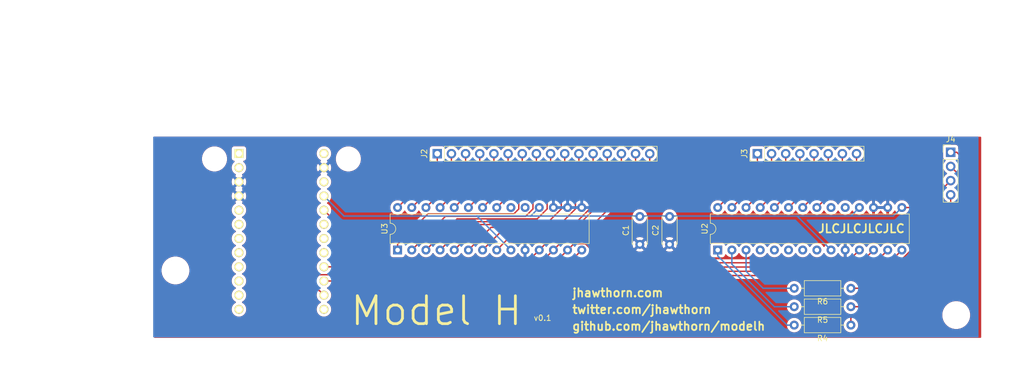
<source format=kicad_pcb>
(kicad_pcb (version 20171130) (host pcbnew "(5.1.5-0-10_14)")
  (title_block (title "Model H") (date 2020-04-26) (rev v0.1))
  (layers (0 F.Cu signal) (31 B.Cu signal) (34 B.Paste user) (35 F.Paste user) (36 B.SilkS user) (37 F.SilkS user) (38 B.Mask user) (39 F.Mask user) (44 Edge.Cuts user))
  (net 0 "")
  (net 1 GND)
  (net 2 +5V)
  (net 3 /col15)
  (net 4 /col14)
  (net 5 /col13)
  (net 6 /col12)
  (net 7 /col11)
  (net 8 /col10)
  (net 9 /col9)
  (net 10 /col8)
  (net 11 /col7)
  (net 12 /col6)
  (net 13 /col5)
  (net 14 /col4)
  (net 15 /col3)
  (net 16 /col2)
  (net 17 /col1)
  (net 18 /col0)
  (net 19 "Net-(J4-Pad4)")
  (net 20 "Net-(J4-Pad2)")
  (net 21 "Net-(J4-Pad1)")
  (net 22 /led0)
  (net 23 /led1)
  (net 24 /led2)
  (net 25 /SCK)
  (net 26 /MISO)
  (net 27 /MOSI)
  (net 28 /row7)
  (net 29 /row6)
  (net 30 /row5)
  (net 31 /row4)
  (net 32 /row3)
  (net 33 /row2)
  (net 34 /row1)
  (net 35 /row0)
  (net 36 /CS_io)
  (module promicro.pretty:ProMicro (layer F.Cu) (at 88.77 64.99 270)
    (fp_text reference U1 hide)
    (fp_text value ProMicro)
    (pad 24 thru_hole circle (at -13.97 -7.62 270) (size 1.6 1.6) (drill 1.1) (layers *.Cu *.Mask F.SilkS))
    (pad 23 thru_hole circle (at -11.43 -7.62 270) (size 1.6 1.6) (drill 1.1) (layers *.Cu *.Mask F.SilkS) (net 1 GND))
    (pad 22 thru_hole circle (at -8.89 -7.62 270) (size 1.6 1.6) (drill 1.1) (layers *.Cu *.Mask F.SilkS))
    (pad 21 thru_hole circle (at -6.35 -7.62 270) (size 1.6 1.6) (drill 1.1) (layers *.Cu *.Mask F.SilkS) (net 2 +5V))
    (pad 20 thru_hole circle (at -3.81 -7.62 270) (size 1.6 1.6) (drill 1.1) (layers *.Cu *.Mask F.SilkS) (net 36 /CS_io))
    (pad 19 thru_hole circle (at -1.27 -7.62 270) (size 1.6 1.6) (drill 1.1) (layers *.Cu *.Mask F.SilkS))
    (pad 18 thru_hole circle (at 1.27 -7.62 270) (size 1.6 1.6) (drill 1.1) (layers *.Cu *.Mask F.SilkS))
    (pad 17 thru_hole circle (at 3.81 -7.62 270) (size 1.6 1.6) (drill 1.1) (layers *.Cu *.Mask F.SilkS))
    (pad 16 thru_hole circle (at 6.35 -7.62 270) (size 1.6 1.6) (drill 1.1) (layers *.Cu *.Mask F.SilkS) (net 25 /SCK))
    (pad 15 thru_hole circle (at 8.89 -7.62 270) (size 1.6 1.6) (drill 1.1) (layers *.Cu *.Mask F.SilkS) (net 26 /MISO))
    (pad 14 thru_hole circle (at 11.43 -7.62 270) (size 1.6 1.6) (drill 1.1) (layers *.Cu *.Mask F.SilkS) (net 27 /MOSI))
    (pad 13 thru_hole circle (at 13.97 -7.62 270) (size 1.6 1.6) (drill 1.1) (layers *.Cu *.Mask F.SilkS))
    (pad 12 thru_hole circle (at 13.97 7.62 270) (size 1.6 1.6) (drill 1.1) (layers *.Cu *.Mask F.SilkS))
    (pad 11 thru_hole circle (at 11.43 7.62 270) (size 1.6 1.6) (drill 1.1) (layers *.Cu *.Mask F.SilkS))
    (pad 10 thru_hole circle (at 8.89 7.62 270) (size 1.6 1.6) (drill 1.1) (layers *.Cu *.Mask F.SilkS))
    (pad 9 thru_hole circle (at 6.35 7.62 270) (size 1.6 1.6) (drill 1.1) (layers *.Cu *.Mask F.SilkS))
    (pad 8 thru_hole circle (at 3.81 7.62 270) (size 1.6 1.6) (drill 1.1) (layers *.Cu *.Mask F.SilkS))
    (pad 7 thru_hole circle (at 1.27 7.62 270) (size 1.6 1.6) (drill 1.1) (layers *.Cu *.Mask F.SilkS))
    (pad 6 thru_hole circle (at -1.27 7.62 270) (size 1.6 1.6) (drill 1.1) (layers *.Cu *.Mask F.SilkS))
    (pad 5 thru_hole circle (at -3.81 7.62 270) (size 1.6 1.6) (drill 1.1) (layers *.Cu *.Mask F.SilkS))
    (pad 4 thru_hole circle (at -6.35 7.62 270) (size 1.6 1.6) (drill 1.1) (layers *.Cu *.Mask F.SilkS) (net 1 GND))
    (pad 3 thru_hole circle (at -8.89 7.62 270) (size 1.6 1.6) (drill 1.1) (layers *.Cu *.Mask F.SilkS) (net 1 GND))
    (pad 2 thru_hole circle (at -11.43 7.62 270) (size 1.6 1.6) (drill 1.1) (layers *.Cu *.Mask F.SilkS))
    (pad 1 thru_hole rect (at -13.97 7.62 270) (size 1.6 1.6) (drill 1.1) (layers *.Cu *.Mask F.SilkS))
  )
  (module MountingHole:MountingHole_4mm (layer F.Cu) (at 209.77 79.99)
    (fp_text reference REF** hide)
    (fp_text value MountingHole_4mm hide)
    (pad 1 np_thru_hole circle (at 0 0) (size 4 4) (drill 4) (layers *.Cu *.Mask))
  )
  (module MountingHole:MountingHole_4mm (layer F.Cu) (at 69.77 71.99)
    (fp_text reference REF** hide)
    (fp_text value MountingHole_4mm hide)
    (pad 1 np_thru_hole circle (at 0 0) (size 4 4) (drill 4) (layers *.Cu *.Mask))
  )
  (module MountingHole:MountingHole_3.5mm (layer F.Cu) (at 100.77 51.99)
    (fp_text reference REF** hide)
    (fp_text value MountingHole_3.5mm hide)
    (pad 1 np_thru_hole circle (at 0 0) (size 3.5 3.5) (drill 3.5) (layers *.Cu *.Mask))
  )
  (module MountingHole:MountingHole_3.5mm (layer F.Cu) (at 76.77 51.99)
    (fp_text reference REF** hide)
    (fp_text value MountingHole_3.5mm hide)
    (pad 1 np_thru_hole circle (at 0 0) (size 3.5 3.5) (drill 3.5) (layers *.Cu *.Mask))
  )
  (module Capacitor_THT:C_Disc_D4.7mm_W2.5mm_P5.00mm (layer F.Cu) (at 158.366 67.31 90)
    (fp_text reference C2 (at 2.5 -2.5 90) (layer F.SilkS))
    (fp_text value 0.1uF)
    (fp_line (start 4.97 1.055) (end 4.97 1.37) (layer F.SilkS) (width 0.12))
    (fp_line (start 4.97 -1.37) (end 4.97 -1.055) (layer F.SilkS) (width 0.12))
    (fp_line (start 0.03 1.055) (end 0.03 1.37) (layer F.SilkS) (width 0.12))
    (fp_line (start 0.03 -1.37) (end 0.03 -1.055) (layer F.SilkS) (width 0.12))
    (fp_line (start 0.03 1.37) (end 4.97 1.37) (layer F.SilkS) (width 0.12))
    (fp_line (start 0.03 -1.37) (end 4.97 -1.37) (layer F.SilkS) (width 0.12))
    (pad 2 thru_hole circle (at 5 0 90) (size 1.6 1.6) (drill 0.8) (layers *.Cu *.Mask) (net 2 +5V))
    (pad 1 thru_hole circle (at 0 0 90) (size 1.6 1.6) (drill 0.8) (layers *.Cu *.Mask) (net 1 GND))
  )
  (module Capacitor_THT:C_Disc_D4.7mm_W2.5mm_P5.00mm (layer F.Cu) (at 153.032 67.31 90)
    (fp_text reference C1 (at 2.5 -2.5 90) (layer F.SilkS))
    (fp_text value 0.1uF)
    (fp_line (start 4.97 1.055) (end 4.97 1.37) (layer F.SilkS) (width 0.12))
    (fp_line (start 4.97 -1.37) (end 4.97 -1.055) (layer F.SilkS) (width 0.12))
    (fp_line (start 0.03 1.055) (end 0.03 1.37) (layer F.SilkS) (width 0.12))
    (fp_line (start 0.03 -1.37) (end 0.03 -1.055) (layer F.SilkS) (width 0.12))
    (fp_line (start 0.03 1.37) (end 4.97 1.37) (layer F.SilkS) (width 0.12))
    (fp_line (start 0.03 -1.37) (end 4.97 -1.37) (layer F.SilkS) (width 0.12))
    (pad 2 thru_hole circle (at 5 0 90) (size 1.6 1.6) (drill 0.8) (layers *.Cu *.Mask) (net 2 +5V))
    (pad 1 thru_hole circle (at 0 0 90) (size 1.6 1.6) (drill 0.8) (layers *.Cu *.Mask) (net 1 GND))
  )
  (module Package_DIP:DIP-28_W7.62mm (layer F.Cu) (at 109.598 68.326 90)
    (fp_text reference U3 (at 3.81 -2.33 90) (layer F.SilkS))
    (fp_text value MCP23S17_SP)
    (fp_line (start 6.46 -1.33) (end 4.81 -1.33) (layer F.SilkS) (width 0.12))
    (fp_line (start 6.46 34.35) (end 6.46 -1.33) (layer F.SilkS) (width 0.12))
    (fp_line (start 1.16 34.35) (end 6.46 34.35) (layer F.SilkS) (width 0.12))
    (fp_line (start 1.16 -1.33) (end 1.16 34.35) (layer F.SilkS) (width 0.12))
    (fp_line (start 2.81 -1.33) (end 1.16 -1.33) (layer F.SilkS) (width 0.12))
    (fp_arc (start 3.81 -1.33) (end 2.81 -1.33) (angle -180) (layer F.SilkS) (width 0.12))
    (pad 28 thru_hole oval (at 7.62 0 90) (size 1.6 1.6) (drill 0.8) (layers *.Cu *.Mask) (net 18 /col0))
    (pad 14 thru_hole oval (at 0 33.02 90) (size 1.6 1.6) (drill 0.8) (layers *.Cu *.Mask) (net 26 /MISO))
    (pad 27 thru_hole oval (at 7.62 2.54 90) (size 1.6 1.6) (drill 0.8) (layers *.Cu *.Mask) (net 17 /col1))
    (pad 13 thru_hole oval (at 0 30.48 90) (size 1.6 1.6) (drill 0.8) (layers *.Cu *.Mask) (net 27 /MOSI))
    (pad 26 thru_hole oval (at 7.62 5.08 90) (size 1.6 1.6) (drill 0.8) (layers *.Cu *.Mask) (net 16 /col2))
    (pad 12 thru_hole oval (at 0 27.94 90) (size 1.6 1.6) (drill 0.8) (layers *.Cu *.Mask) (net 25 /SCK))
    (pad 25 thru_hole oval (at 7.62 7.62 90) (size 1.6 1.6) (drill 0.8) (layers *.Cu *.Mask) (net 15 /col3))
    (pad 11 thru_hole oval (at 0 25.4 90) (size 1.6 1.6) (drill 0.8) (layers *.Cu *.Mask) (net 36 /CS_io))
    (pad 24 thru_hole oval (at 7.62 10.16 90) (size 1.6 1.6) (drill 0.8) (layers *.Cu *.Mask) (net 14 /col4))
    (pad 10 thru_hole oval (at 0 22.86 90) (size 1.6 1.6) (drill 0.8) (layers *.Cu *.Mask) (net 1 GND))
    (pad 23 thru_hole oval (at 7.62 12.7 90) (size 1.6 1.6) (drill 0.8) (layers *.Cu *.Mask) (net 13 /col5))
    (pad 9 thru_hole oval (at 0 20.32 90) (size 1.6 1.6) (drill 0.8) (layers *.Cu *.Mask) (net 2 +5V))
    (pad 22 thru_hole oval (at 7.62 15.24 90) (size 1.6 1.6) (drill 0.8) (layers *.Cu *.Mask) (net 12 /col6))
    (pad 8 thru_hole oval (at 0 17.78 90) (size 1.6 1.6) (drill 0.8) (layers *.Cu *.Mask) (net 3 /col15))
    (pad 21 thru_hole oval (at 7.62 17.78 90) (size 1.6 1.6) (drill 0.8) (layers *.Cu *.Mask) (net 11 /col7))
    (pad 7 thru_hole oval (at 0 15.24 90) (size 1.6 1.6) (drill 0.8) (layers *.Cu *.Mask) (net 4 /col14))
    (pad 20 thru_hole oval (at 7.62 20.32 90) (size 1.6 1.6) (drill 0.8) (layers *.Cu *.Mask))
    (pad 6 thru_hole oval (at 0 12.7 90) (size 1.6 1.6) (drill 0.8) (layers *.Cu *.Mask) (net 5 /col13))
    (pad 19 thru_hole oval (at 7.62 22.86 90) (size 1.6 1.6) (drill 0.8) (layers *.Cu *.Mask))
    (pad 5 thru_hole oval (at 0 10.16 90) (size 1.6 1.6) (drill 0.8) (layers *.Cu *.Mask) (net 6 /col12))
    (pad 18 thru_hole oval (at 7.62 25.4 90) (size 1.6 1.6) (drill 0.8) (layers *.Cu *.Mask) (net 2 +5V))
    (pad 4 thru_hole oval (at 0 7.62 90) (size 1.6 1.6) (drill 0.8) (layers *.Cu *.Mask) (net 7 /col11))
    (pad 17 thru_hole oval (at 7.62 27.94 90) (size 1.6 1.6) (drill 0.8) (layers *.Cu *.Mask) (net 1 GND))
    (pad 3 thru_hole oval (at 0 5.08 90) (size 1.6 1.6) (drill 0.8) (layers *.Cu *.Mask) (net 8 /col10))
    (pad 16 thru_hole oval (at 7.62 30.48 90) (size 1.6 1.6) (drill 0.8) (layers *.Cu *.Mask) (net 1 GND))
    (pad 2 thru_hole oval (at 0 2.54 90) (size 1.6 1.6) (drill 0.8) (layers *.Cu *.Mask) (net 9 /col9))
    (pad 15 thru_hole oval (at 7.62 33.02 90) (size 1.6 1.6) (drill 0.8) (layers *.Cu *.Mask) (net 1 GND))
    (pad 1 thru_hole rect (at 0 0 90) (size 1.6 1.6) (drill 0.8) (layers *.Cu *.Mask) (net 10 /col8))
  )
  (module Package_DIP:DIP-28_W7.62mm (layer F.Cu) (at 167.002 68.326 90)
    (fp_text reference U2 (at 3.81 -2.33 90) (layer F.SilkS))
    (fp_text value MCP23S17_SP)
    (fp_line (start 6.46 -1.33) (end 4.81 -1.33) (layer F.SilkS) (width 0.12))
    (fp_line (start 6.46 34.35) (end 6.46 -1.33) (layer F.SilkS) (width 0.12))
    (fp_line (start 1.16 34.35) (end 6.46 34.35) (layer F.SilkS) (width 0.12))
    (fp_line (start 1.16 -1.33) (end 1.16 34.35) (layer F.SilkS) (width 0.12))
    (fp_line (start 2.81 -1.33) (end 1.16 -1.33) (layer F.SilkS) (width 0.12))
    (fp_arc (start 3.81 -1.33) (end 2.81 -1.33) (angle -180) (layer F.SilkS) (width 0.12))
    (pad 28 thru_hole oval (at 7.62 0 90) (size 1.6 1.6) (drill 0.8) (layers *.Cu *.Mask) (net 35 /row0))
    (pad 14 thru_hole oval (at 0 33.02 90) (size 1.6 1.6) (drill 0.8) (layers *.Cu *.Mask) (net 26 /MISO))
    (pad 27 thru_hole oval (at 7.62 2.54 90) (size 1.6 1.6) (drill 0.8) (layers *.Cu *.Mask) (net 34 /row1))
    (pad 13 thru_hole oval (at 0 30.48 90) (size 1.6 1.6) (drill 0.8) (layers *.Cu *.Mask) (net 27 /MOSI))
    (pad 26 thru_hole oval (at 7.62 5.08 90) (size 1.6 1.6) (drill 0.8) (layers *.Cu *.Mask) (net 33 /row2))
    (pad 12 thru_hole oval (at 0 27.94 90) (size 1.6 1.6) (drill 0.8) (layers *.Cu *.Mask) (net 25 /SCK))
    (pad 25 thru_hole oval (at 7.62 7.62 90) (size 1.6 1.6) (drill 0.8) (layers *.Cu *.Mask) (net 32 /row3))
    (pad 11 thru_hole oval (at 0 25.4 90) (size 1.6 1.6) (drill 0.8) (layers *.Cu *.Mask) (net 36 /CS_io))
    (pad 24 thru_hole oval (at 7.62 10.16 90) (size 1.6 1.6) (drill 0.8) (layers *.Cu *.Mask) (net 31 /row4))
    (pad 10 thru_hole oval (at 0 22.86 90) (size 1.6 1.6) (drill 0.8) (layers *.Cu *.Mask) (net 1 GND))
    (pad 23 thru_hole oval (at 7.62 12.7 90) (size 1.6 1.6) (drill 0.8) (layers *.Cu *.Mask) (net 30 /row5))
    (pad 9 thru_hole oval (at 0 20.32 90) (size 1.6 1.6) (drill 0.8) (layers *.Cu *.Mask) (net 2 +5V))
    (pad 22 thru_hole oval (at 7.62 15.24 90) (size 1.6 1.6) (drill 0.8) (layers *.Cu *.Mask) (net 29 /row6))
    (pad 8 thru_hole oval (at 0 17.78 90) (size 1.6 1.6) (drill 0.8) (layers *.Cu *.Mask))
    (pad 21 thru_hole oval (at 7.62 17.78 90) (size 1.6 1.6) (drill 0.8) (layers *.Cu *.Mask) (net 28 /row7))
    (pad 7 thru_hole oval (at 0 15.24 90) (size 1.6 1.6) (drill 0.8) (layers *.Cu *.Mask))
    (pad 20 thru_hole oval (at 7.62 20.32 90) (size 1.6 1.6) (drill 0.8) (layers *.Cu *.Mask))
    (pad 6 thru_hole oval (at 0 12.7 90) (size 1.6 1.6) (drill 0.8) (layers *.Cu *.Mask))
    (pad 19 thru_hole oval (at 7.62 22.86 90) (size 1.6 1.6) (drill 0.8) (layers *.Cu *.Mask))
    (pad 5 thru_hole oval (at 0 10.16 90) (size 1.6 1.6) (drill 0.8) (layers *.Cu *.Mask))
    (pad 18 thru_hole oval (at 7.62 25.4 90) (size 1.6 1.6) (drill 0.8) (layers *.Cu *.Mask) (net 2 +5V))
    (pad 4 thru_hole oval (at 0 7.62 90) (size 1.6 1.6) (drill 0.8) (layers *.Cu *.Mask))
    (pad 17 thru_hole oval (at 7.62 27.94 90) (size 1.6 1.6) (drill 0.8) (layers *.Cu *.Mask) (net 1 GND))
    (pad 3 thru_hole oval (at 0 5.08 90) (size 1.6 1.6) (drill 0.8) (layers *.Cu *.Mask) (net 24 /led2))
    (pad 16 thru_hole oval (at 7.62 30.48 90) (size 1.6 1.6) (drill 0.8) (layers *.Cu *.Mask) (net 1 GND))
    (pad 2 thru_hole oval (at 0 2.54 90) (size 1.6 1.6) (drill 0.8) (layers *.Cu *.Mask) (net 23 /led1))
    (pad 15 thru_hole oval (at 7.62 33.02 90) (size 1.6 1.6) (drill 0.8) (layers *.Cu *.Mask) (net 2 +5V))
    (pad 1 thru_hole rect (at 0 0 90) (size 1.6 1.6) (drill 0.8) (layers *.Cu *.Mask) (net 22 /led0))
  )
  (module Connector_PinHeader_2.54mm:PinHeader_1x04_P2.54mm_Vertical (layer F.Cu) (at 208.77 50.8)
    (fp_text reference J4 (at 0 -2.33) (layer F.SilkS))
    (fp_text value Conn_01x04)
    (fp_line (start -1.33 -1.33) (end 0 -1.33) (layer F.SilkS) (width 0.12))
    (fp_line (start -1.33 0) (end -1.33 -1.33) (layer F.SilkS) (width 0.12))
    (fp_line (start -1.33 1.27) (end 1.33 1.27) (layer F.SilkS) (width 0.12))
    (fp_line (start 1.33 1.27) (end 1.33 8.95) (layer F.SilkS) (width 0.12))
    (fp_line (start -1.33 1.27) (end -1.33 8.95) (layer F.SilkS) (width 0.12))
    (fp_line (start -1.33 8.95) (end 1.33 8.95) (layer F.SilkS) (width 0.12))
    (pad 4 thru_hole oval (at 0 7.62) (size 1.7 1.7) (drill 1) (layers *.Cu *.Mask) (net 19 "Net-(J4-Pad4)"))
    (pad 3 thru_hole oval (at 0 5.08) (size 1.7 1.7) (drill 1) (layers *.Cu *.Mask) (net 2 +5V))
    (pad 2 thru_hole oval (at 0 2.54) (size 1.7 1.7) (drill 1) (layers *.Cu *.Mask) (net 20 "Net-(J4-Pad2)"))
    (pad 1 thru_hole rect (at 0 0) (size 1.7 1.7) (drill 1) (layers *.Cu *.Mask) (net 21 "Net-(J4-Pad1)"))
  )
  (module Connector_PinHeader_2.54mm:PinHeader_1x08_P2.54mm_Vertical (layer F.Cu) (at 174.114 51.054 90)
    (fp_text reference J3 (at 0 -2.33 90) (layer F.SilkS))
    (fp_text value Conn_01x08)
    (fp_line (start -1.33 -1.33) (end 0 -1.33) (layer F.SilkS) (width 0.12))
    (fp_line (start -1.33 0) (end -1.33 -1.33) (layer F.SilkS) (width 0.12))
    (fp_line (start -1.33 1.27) (end 1.33 1.27) (layer F.SilkS) (width 0.12))
    (fp_line (start 1.33 1.27) (end 1.33 19.11) (layer F.SilkS) (width 0.12))
    (fp_line (start -1.33 1.27) (end -1.33 19.11) (layer F.SilkS) (width 0.12))
    (fp_line (start -1.33 19.11) (end 1.33 19.11) (layer F.SilkS) (width 0.12))
    (pad 8 thru_hole oval (at 0 17.78 90) (size 1.7 1.7) (drill 1) (layers *.Cu *.Mask) (net 28 /row7))
    (pad 7 thru_hole oval (at 0 15.24 90) (size 1.7 1.7) (drill 1) (layers *.Cu *.Mask) (net 29 /row6))
    (pad 6 thru_hole oval (at 0 12.7 90) (size 1.7 1.7) (drill 1) (layers *.Cu *.Mask) (net 30 /row5))
    (pad 5 thru_hole oval (at 0 10.16 90) (size 1.7 1.7) (drill 1) (layers *.Cu *.Mask) (net 31 /row4))
    (pad 4 thru_hole oval (at 0 7.62 90) (size 1.7 1.7) (drill 1) (layers *.Cu *.Mask) (net 32 /row3))
    (pad 3 thru_hole oval (at 0 5.08 90) (size 1.7 1.7) (drill 1) (layers *.Cu *.Mask) (net 33 /row2))
    (pad 2 thru_hole oval (at 0 2.54 90) (size 1.7 1.7) (drill 1) (layers *.Cu *.Mask) (net 34 /row1))
    (pad 1 thru_hole rect (at 0 0 90) (size 1.7 1.7) (drill 1) (layers *.Cu *.Mask) (net 35 /row0))
  )
  (module Connector_PinHeader_2.54mm:PinHeader_1x16_P2.54mm_Vertical (layer F.Cu) (at 116.71 51.054 90)
    (fp_text reference J2 (at 0 -2.33 90) (layer F.SilkS))
    (fp_text value Conn_01x16)
    (fp_line (start -1.33 -1.33) (end 0 -1.33) (layer F.SilkS) (width 0.12))
    (fp_line (start -1.33 0) (end -1.33 -1.33) (layer F.SilkS) (width 0.12))
    (fp_line (start -1.33 1.27) (end 1.33 1.27) (layer F.SilkS) (width 0.12))
    (fp_line (start 1.33 1.27) (end 1.33 39.43) (layer F.SilkS) (width 0.12))
    (fp_line (start -1.33 1.27) (end -1.33 39.43) (layer F.SilkS) (width 0.12))
    (fp_line (start -1.33 39.43) (end 1.33 39.43) (layer F.SilkS) (width 0.12))
    (pad 16 thru_hole oval (at 0 38.1 90) (size 1.7 1.7) (drill 1) (layers *.Cu *.Mask) (net 3 /col15))
    (pad 15 thru_hole oval (at 0 35.56 90) (size 1.7 1.7) (drill 1) (layers *.Cu *.Mask) (net 4 /col14))
    (pad 14 thru_hole oval (at 0 33.02 90) (size 1.7 1.7) (drill 1) (layers *.Cu *.Mask) (net 5 /col13))
    (pad 13 thru_hole oval (at 0 30.48 90) (size 1.7 1.7) (drill 1) (layers *.Cu *.Mask) (net 6 /col12))
    (pad 12 thru_hole oval (at 0 27.94 90) (size 1.7 1.7) (drill 1) (layers *.Cu *.Mask) (net 7 /col11))
    (pad 11 thru_hole oval (at 0 25.4 90) (size 1.7 1.7) (drill 1) (layers *.Cu *.Mask) (net 8 /col10))
    (pad 10 thru_hole oval (at 0 22.86 90) (size 1.7 1.7) (drill 1) (layers *.Cu *.Mask) (net 9 /col9))
    (pad 9 thru_hole oval (at 0 20.32 90) (size 1.7 1.7) (drill 1) (layers *.Cu *.Mask) (net 10 /col8))
    (pad 8 thru_hole oval (at 0 17.78 90) (size 1.7 1.7) (drill 1) (layers *.Cu *.Mask) (net 11 /col7))
    (pad 7 thru_hole oval (at 0 15.24 90) (size 1.7 1.7) (drill 1) (layers *.Cu *.Mask) (net 12 /col6))
    (pad 6 thru_hole oval (at 0 12.7 90) (size 1.7 1.7) (drill 1) (layers *.Cu *.Mask) (net 13 /col5))
    (pad 5 thru_hole oval (at 0 10.16 90) (size 1.7 1.7) (drill 1) (layers *.Cu *.Mask) (net 14 /col4))
    (pad 4 thru_hole oval (at 0 7.62 90) (size 1.7 1.7) (drill 1) (layers *.Cu *.Mask) (net 15 /col3))
    (pad 3 thru_hole oval (at 0 5.08 90) (size 1.7 1.7) (drill 1) (layers *.Cu *.Mask) (net 16 /col2))
    (pad 2 thru_hole oval (at 0 2.54 90) (size 1.7 1.7) (drill 1) (layers *.Cu *.Mask) (net 17 /col1))
    (pad 1 thru_hole rect (at 0 0 90) (size 1.7 1.7) (drill 1) (layers *.Cu *.Mask) (net 18 /col0))
  )
  (module Resistor_THT:R_Axial_DIN0207_L6.3mm_D2.5mm_P10.16mm_Horizontal (layer F.Cu) (at 190.878 75.184 180)
    (fp_text reference R6 (at 5.08 -2.37) (layer F.SilkS))
    (fp_text value 120)
    (fp_line (start 9.12 0) (end 8.35 0) (layer F.SilkS) (width 0.12))
    (fp_line (start 1.04 0) (end 1.81 0) (layer F.SilkS) (width 0.12))
    (fp_line (start 8.35 -1.37) (end 1.81 -1.37) (layer F.SilkS) (width 0.12))
    (fp_line (start 8.35 1.37) (end 8.35 -1.37) (layer F.SilkS) (width 0.12))
    (fp_line (start 1.81 1.37) (end 8.35 1.37) (layer F.SilkS) (width 0.12))
    (fp_line (start 1.81 -1.37) (end 1.81 1.37) (layer F.SilkS) (width 0.12))
    (pad 2 thru_hole oval (at 10.16 0 180) (size 1.6 1.6) (drill 0.8) (layers *.Cu *.Mask) (net 24 /led2))
    (pad 1 thru_hole circle (at 0 0 180) (size 1.6 1.6) (drill 0.8) (layers *.Cu *.Mask) (net 19 "Net-(J4-Pad4)"))
  )
  (module Resistor_THT:R_Axial_DIN0207_L6.3mm_D2.5mm_P10.16mm_Horizontal (layer F.Cu) (at 190.878 78.486 180)
    (fp_text reference R5 (at 5.08 -2.37) (layer F.SilkS))
    (fp_text value 120)
    (fp_line (start 9.12 0) (end 8.35 0) (layer F.SilkS) (width 0.12))
    (fp_line (start 1.04 0) (end 1.81 0) (layer F.SilkS) (width 0.12))
    (fp_line (start 8.35 -1.37) (end 1.81 -1.37) (layer F.SilkS) (width 0.12))
    (fp_line (start 8.35 1.37) (end 8.35 -1.37) (layer F.SilkS) (width 0.12))
    (fp_line (start 1.81 1.37) (end 8.35 1.37) (layer F.SilkS) (width 0.12))
    (fp_line (start 1.81 -1.37) (end 1.81 1.37) (layer F.SilkS) (width 0.12))
    (pad 2 thru_hole oval (at 10.16 0 180) (size 1.6 1.6) (drill 0.8) (layers *.Cu *.Mask) (net 23 /led1))
    (pad 1 thru_hole circle (at 0 0 180) (size 1.6 1.6) (drill 0.8) (layers *.Cu *.Mask) (net 20 "Net-(J4-Pad2)"))
  )
  (module Resistor_THT:R_Axial_DIN0207_L6.3mm_D2.5mm_P10.16mm_Horizontal (layer F.Cu) (at 190.878 81.788 180)
    (fp_text reference R4 (at 5.08 -2.37) (layer F.SilkS))
    (fp_text value 120)
    (fp_line (start 9.12 0) (end 8.35 0) (layer F.SilkS) (width 0.12))
    (fp_line (start 1.04 0) (end 1.81 0) (layer F.SilkS) (width 0.12))
    (fp_line (start 8.35 -1.37) (end 1.81 -1.37) (layer F.SilkS) (width 0.12))
    (fp_line (start 8.35 1.37) (end 8.35 -1.37) (layer F.SilkS) (width 0.12))
    (fp_line (start 1.81 1.37) (end 8.35 1.37) (layer F.SilkS) (width 0.12))
    (fp_line (start 1.81 -1.37) (end 1.81 1.37) (layer F.SilkS) (width 0.12))
    (pad 2 thru_hole oval (at 10.16 0 180) (size 1.6 1.6) (drill 0.8) (layers *.Cu *.Mask) (net 22 /led0))
    (pad 1 thru_hole circle (at 0 0 180) (size 1.6 1.6) (drill 0.8) (layers *.Cu *.Mask) (net 21 "Net-(J4-Pad1)"))
  )
  (gr_text jhawthorn.com (at 140.77 75.99) (layer F.SilkS) (effects (font (size 1.5 1.5) (thickness 0.3)) (justify left)))
  (gr_text twitter.com/jhawthorn (at 140.77 78.99) (layer F.SilkS) (effects (font (size 1.5 1.5) (thickness 0.3)) (justify left)))
  (gr_text github.com/jhawthorn/modelh (at 140.77 81.99) (layer F.SilkS) (effects (font (size 1.5 1.5) (thickness 0.3)) (justify left)))
  (gr_line (start 64.77 84.99) (end 64.77 46.99) (layer Edge.Cuts) (width 0.001))
  (gr_line (start 214.77 84.99) (end 64.77 84.99) (layer Edge.Cuts) (width 0.001))
  (gr_line (start 214.77 46.99) (end 214.77 84.99) (layer Edge.Cuts) (width 0.001))
  (gr_line (start 64.77 46.99) (end 214.77 46.99) (layer Edge.Cuts) (width 0.001))
  (gr_text v0.1 (at 135.6 80.51) (layer F.SilkS) (effects (font (size 1 1))))
  (gr_text JLCJLCJLCJLC (at 192.77 64.49) (layer F.SilkS) (effects (font (size 1.5 1.5) (thickness 0.3))))
  (gr_text "Model H" (at 116.55 79.24) (layer F.SilkS) (effects (font (size 5 5) (thickness 0.5))))
  (segment (start 203.944 60.706) (end 208.77 55.88) (width 0.25) (layer F.Cu) (net 2))
  (segment (start 200.022 60.706) (end 203.944 60.706) (width 0.25) (layer F.Cu) (net 2))
  (segment (start 96.39 58.64) (end 99.98 62.23) (width 0.25) (layer B.Cu) (net 2))
  (segment (start 123.822 62.23) (end 129.918 68.326) (width 0.25) (layer B.Cu) (net 2))
  (segment (start 99.98 62.23) (end 123.822 62.23) (width 0.25) (layer B.Cu) (net 2))
  (segment (start 133.474 62.23) (end 134.998 60.706) (width 0.25) (layer B.Cu) (net 2))
  (segment (start 123.822 62.23) (end 133.474 62.23) (width 0.25) (layer B.Cu) (net 2))
  (segment (start 181.226 62.23) (end 187.322 68.326) (width 0.25) (layer B.Cu) (net 2))
  (segment (start 133.474 62.23) (end 181.226 62.23) (width 0.25) (layer B.Cu) (net 2))
  (segment (start 190.878 62.23) (end 192.402 60.706) (width 0.25) (layer B.Cu) (net 2))
  (segment (start 181.226 62.23) (end 190.878 62.23) (width 0.25) (layer B.Cu) (net 2))
  (segment (start 198.498 62.23) (end 200.022 60.706) (width 0.25) (layer B.Cu) (net 2))
  (segment (start 190.878 62.23) (end 198.498 62.23) (width 0.25) (layer B.Cu) (net 2))
  (segment (start 154.81 53.594) (end 154.81 51.054) (width 0.25) (layer F.Cu) (net 3))
  (segment (start 143.24198 65.16202) (end 154.81 53.594) (width 0.25) (layer F.Cu) (net 3))
  (segment (start 130.54198 65.16202) (end 143.24198 65.16202) (width 0.25) (layer F.Cu) (net 3))
  (segment (start 127.378 68.326) (end 130.54198 65.16202) (width 0.25) (layer F.Cu) (net 3))
  (segment (start 141.15199 64.71201) (end 152.27 53.594) (width 0.25) (layer F.Cu) (net 4))
  (segment (start 152.27 53.594) (end 152.27 51.054) (width 0.25) (layer F.Cu) (net 4))
  (segment (start 128.45199 64.71201) (end 141.15199 64.71201) (width 0.25) (layer F.Cu) (net 4))
  (segment (start 124.838 68.326) (end 128.45199 64.71201) (width 0.25) (layer F.Cu) (net 4))
  (segment (start 122.298 68.326) (end 126.362 64.262) (width 0.25) (layer F.Cu) (net 5))
  (segment (start 149.73 52.256081) (end 149.73 51.054) (width 0.25) (layer F.Cu) (net 5))
  (segment (start 126.362 64.262) (end 140.727002 64.262) (width 0.25) (layer F.Cu) (net 5))
  (segment (start 140.727002 64.262) (end 144.142 60.847002) (width 0.25) (layer F.Cu) (net 5))
  (segment (start 144.142 59.182) (end 149.73 53.594) (width 0.25) (layer F.Cu) (net 5))
  (segment (start 144.142 60.847002) (end 144.142 59.182) (width 0.25) (layer F.Cu) (net 5))
  (segment (start 149.73 53.594) (end 149.73 52.256081) (width 0.25) (layer F.Cu) (net 5))
  (segment (start 119.758 68.326) (end 124.33 63.754) (width 0.25) (layer F.Cu) (net 6))
  (segment (start 141.492999 60.956003) (end 141.492999 59.291001) (width 0.25) (layer F.Cu) (net 6))
  (segment (start 138.695002 63.754) (end 141.492999 60.956003) (width 0.25) (layer F.Cu) (net 6))
  (segment (start 124.33 63.754) (end 138.695002 63.754) (width 0.25) (layer F.Cu) (net 6))
  (segment (start 147.19 53.594) (end 147.19 51.054) (width 0.25) (layer F.Cu) (net 6))
  (segment (start 141.492999 59.291001) (end 147.19 53.594) (width 0.25) (layer F.Cu) (net 6))
  (segment (start 117.218 68.326) (end 122.298 63.246) (width 0.25) (layer F.Cu) (net 7))
  (segment (start 138.952999 60.956003) (end 138.952999 59.291001) (width 0.25) (layer F.Cu) (net 7))
  (segment (start 136.663002 63.246) (end 138.952999 60.956003) (width 0.25) (layer F.Cu) (net 7))
  (segment (start 122.298 63.246) (end 136.663002 63.246) (width 0.25) (layer F.Cu) (net 7))
  (segment (start 138.952999 59.291001) (end 144.65 53.594) (width 0.25) (layer F.Cu) (net 7))
  (segment (start 144.65 53.594) (end 144.65 51.054) (width 0.25) (layer F.Cu) (net 7))
  (segment (start 142.11 53.594) (end 142.11 51.054) (width 0.25) (layer F.Cu) (net 8))
  (segment (start 136.412999 59.291001) (end 142.11 53.594) (width 0.25) (layer F.Cu) (net 8))
  (segment (start 136.412999 60.956003) (end 136.412999 59.291001) (width 0.25) (layer F.Cu) (net 8))
  (segment (start 120.266 62.738) (end 134.631002 62.738) (width 0.25) (layer F.Cu) (net 8))
  (segment (start 134.631002 62.738) (end 136.412999 60.956003) (width 0.25) (layer F.Cu) (net 8))
  (segment (start 114.678 68.326) (end 120.266 62.738) (width 0.25) (layer F.Cu) (net 8))
  (segment (start 112.138 68.326) (end 118.182989 62.281011) (width 0.25) (layer F.Cu) (net 9))
  (segment (start 133.872999 60.956003) (end 133.872999 59.291001) (width 0.25) (layer F.Cu) (net 9))
  (segment (start 132.547991 62.281011) (end 133.872999 60.956003) (width 0.25) (layer F.Cu) (net 9))
  (segment (start 118.182989 62.281011) (end 132.547991 62.281011) (width 0.25) (layer F.Cu) (net 9))
  (segment (start 139.57 53.594) (end 139.57 51.054) (width 0.25) (layer F.Cu) (net 9))
  (segment (start 133.872999 59.291001) (end 139.57 53.594) (width 0.25) (layer F.Cu) (net 9))
  (segment (start 131.332999 60.956003) (end 131.332999 59.291001) (width 0.25) (layer F.Cu) (net 10))
  (segment (start 130.458001 61.831001) (end 131.332999 60.956003) (width 0.25) (layer F.Cu) (net 10))
  (segment (start 115.042999 61.831001) (end 130.458001 61.831001) (width 0.25) (layer F.Cu) (net 10))
  (segment (start 109.598 67.276) (end 115.042999 61.831001) (width 0.25) (layer F.Cu) (net 10))
  (segment (start 109.598 68.326) (end 109.598 67.276) (width 0.25) (layer F.Cu) (net 10))
  (segment (start 137.03 53.594) (end 137.03 51.054) (width 0.25) (layer F.Cu) (net 10))
  (segment (start 131.332999 59.291001) (end 137.03 53.594) (width 0.25) (layer F.Cu) (net 10))
  (segment (start 134.49 53.594) (end 134.49 51.054) (width 0.25) (layer F.Cu) (net 11))
  (segment (start 127.378 60.706) (end 134.49 53.594) (width 0.25) (layer F.Cu) (net 11))
  (segment (start 131.95 53.594) (end 131.95 51.054) (width 0.25) (layer F.Cu) (net 12))
  (segment (start 124.838 60.706) (end 131.95 53.594) (width 0.25) (layer F.Cu) (net 12))
  (segment (start 129.41 53.594) (end 129.41 51.054) (width 0.25) (layer F.Cu) (net 13))
  (segment (start 122.298 60.706) (end 129.41 53.594) (width 0.25) (layer F.Cu) (net 13))
  (segment (start 126.87 53.594) (end 126.87 51.054) (width 0.25) (layer F.Cu) (net 14))
  (segment (start 119.758 60.706) (end 126.87 53.594) (width 0.25) (layer F.Cu) (net 14))
  (segment (start 124.33 53.594) (end 124.33 51.054) (width 0.25) (layer F.Cu) (net 15))
  (segment (start 117.218 60.706) (end 124.33 53.594) (width 0.25) (layer F.Cu) (net 15))
  (segment (start 121.79 53.594) (end 121.79 51.054) (width 0.25) (layer F.Cu) (net 16))
  (segment (start 114.678 60.706) (end 121.79 53.594) (width 0.25) (layer F.Cu) (net 16))
  (segment (start 119.25 53.594) (end 112.138 60.706) (width 0.25) (layer F.Cu) (net 17))
  (segment (start 119.25 51.054) (end 119.25 53.594) (width 0.25) (layer F.Cu) (net 17))
  (segment (start 116.71 53.594) (end 109.598 60.706) (width 0.25) (layer F.Cu) (net 18))
  (segment (start 116.71 51.054) (end 116.71 53.594) (width 0.25) (layer F.Cu) (net 18))
  (segment (start 208.77 59.622081) (end 208.77 58.42) (width 0.25) (layer F.Cu) (net 19))
  (segment (start 208.77 61.243002) (end 208.77 59.622081) (width 0.25) (layer F.Cu) (net 19))
  (segment (start 194.829002 75.184) (end 208.77 61.243002) (width 0.25) (layer F.Cu) (net 19))
  (segment (start 190.878 75.184) (end 194.829002 75.184) (width 0.25) (layer F.Cu) (net 19))
  (segment (start 192.163412 78.486) (end 210.69 59.959412) (width 0.25) (layer F.Cu) (net 20))
  (segment (start 190.878 78.486) (end 192.163412 78.486) (width 0.25) (layer F.Cu) (net 20))
  (segment (start 210.69 55.26) (end 208.77 53.34) (width 0.25) (layer F.Cu) (net 20))
  (segment (start 210.69 59.959412) (end 210.69 55.26) (width 0.25) (layer F.Cu) (net 20))
  (segment (start 190.878 81.788) (end 190.878 80.518) (width 0.25) (layer F.Cu) (net 21))
  (segment (start 211.14001 60.25599) (end 211.14001 52.07001) (width 0.25) (layer F.Cu) (net 21))
  (segment (start 209.87 50.8) (end 208.77 50.8) (width 0.25) (layer F.Cu) (net 21))
  (segment (start 211.14001 52.07001) (end 209.87 50.8) (width 0.25) (layer F.Cu) (net 21))
  (segment (start 190.878 80.518) (end 211.14001 60.25599) (width 0.25) (layer F.Cu) (net 21))
  (segment (start 179.58663 81.788) (end 180.718 81.788) (width 0.25) (layer B.Cu) (net 22))
  (segment (start 179.414 81.788) (end 179.58663 81.788) (width 0.25) (layer B.Cu) (net 22))
  (segment (start 167.002 69.376) (end 179.414 81.788) (width 0.25) (layer B.Cu) (net 22))
  (segment (start 167.002 68.326) (end 167.002 69.376) (width 0.25) (layer B.Cu) (net 22))
  (segment (start 179.702 78.486) (end 180.718 78.486) (width 0.25) (layer B.Cu) (net 23))
  (segment (start 169.542 68.326) (end 169.542 70.866) (width 0.25) (layer B.Cu) (net 23))
  (segment (start 177.162 78.486) (end 180.718 78.486) (width 0.25) (layer B.Cu) (net 23))
  (segment (start 169.542 70.866) (end 177.162 78.486) (width 0.25) (layer B.Cu) (net 23))
  (segment (start 172.082 68.326) (end 172.082 72.136) (width 0.25) (layer B.Cu) (net 24))
  (segment (start 175.13 75.184) (end 180.718 75.184) (width 0.25) (layer B.Cu) (net 24))
  (segment (start 172.082 72.136) (end 175.13 75.184) (width 0.25) (layer B.Cu) (net 24))
  (segment (start 134.524 71.34) (end 134.617 71.247) (width 0.25) (layer F.Cu) (net 25))
  (segment (start 96.39 71.34) (end 134.524 71.34) (width 0.25) (layer F.Cu) (net 25))
  (segment (start 134.617 71.247) (end 137.538 68.326) (width 0.25) (layer F.Cu) (net 25))
  (segment (start 191.894 71.374) (end 194.942 68.326) (width 0.25) (layer F.Cu) (net 25))
  (segment (start 139.113011 66.750989) (end 144.344989 66.750989) (width 0.25) (layer F.Cu) (net 25))
  (segment (start 148.968 71.374) (end 191.894 71.374) (width 0.25) (layer F.Cu) (net 25))
  (segment (start 144.344989 66.750989) (end 148.968 71.374) (width 0.25) (layer F.Cu) (net 25))
  (segment (start 137.538 68.326) (end 139.113011 66.750989) (width 0.25) (layer F.Cu) (net 25))
  (segment (start 96.39 73.88) (end 98.456 73.88) (width 0.25) (layer F.Cu) (net 26))
  (segment (start 98.456 73.88) (end 99.438 72.898) (width 0.25) (layer F.Cu) (net 26))
  (segment (start 138.046 72.898) (end 142.618 68.326) (width 0.25) (layer F.Cu) (net 26))
  (segment (start 99.438 72.898) (end 138.046 72.898) (width 0.25) (layer F.Cu) (net 26))
  (segment (start 138.046 72.898) (end 138.046 72.898) (width 0.25) (layer F.Cu) (net 26))
  (segment (start 195.45 72.898) (end 200.022 68.326) (width 0.25) (layer F.Cu) (net 26))
  (segment (start 138.046 72.898) (end 195.45 72.898) (width 0.25) (layer F.Cu) (net 26))
  (segment (start 95.590001 75.620001) (end 95.556001 75.620001) (width 0.25) (layer F.Cu) (net 27))
  (segment (start 96.39 76.42) (end 95.590001 75.620001) (width 0.25) (layer F.Cu) (net 27))
  (segment (start 95.556001 75.620001) (end 94.866 74.93) (width 0.25) (layer F.Cu) (net 27))
  (segment (start 94.866 74.93) (end 94.866 73.406) (width 0.25) (layer F.Cu) (net 27))
  (segment (start 95.517001 72.754999) (end 97.803001 72.754999) (width 0.25) (layer F.Cu) (net 27))
  (segment (start 94.866 73.406) (end 95.517001 72.754999) (width 0.25) (layer F.Cu) (net 27))
  (segment (start 97.803001 72.754999) (end 98.422 72.136) (width 0.25) (layer F.Cu) (net 27))
  (segment (start 136.268 72.136) (end 140.078 68.326) (width 0.25) (layer F.Cu) (net 27))
  (segment (start 98.422 72.136) (end 136.268 72.136) (width 0.25) (layer F.Cu) (net 27))
  (segment (start 136.268 72.136) (end 136.268 72.136) (width 0.25) (layer F.Cu) (net 27))
  (segment (start 193.672 72.136) (end 197.482 68.326) (width 0.25) (layer F.Cu) (net 27))
  (segment (start 148.206 72.136) (end 193.672 72.136) (width 0.25) (layer F.Cu) (net 27))
  (segment (start 143.270999 67.200999) (end 148.206 72.136) (width 0.25) (layer F.Cu) (net 27))
  (segment (start 141.203001 67.200999) (end 143.270999 67.200999) (width 0.25) (layer F.Cu) (net 27))
  (segment (start 140.078 68.326) (end 141.203001 67.200999) (width 0.25) (layer F.Cu) (net 27))
  (segment (start 184.782 60.706) (end 191.894 53.594) (width 0.25) (layer F.Cu) (net 28))
  (segment (start 191.894 53.594) (end 191.894 51.054) (width 0.25) (layer F.Cu) (net 28))
  (segment (start 182.242 60.706) (end 189.354 53.594) (width 0.25) (layer F.Cu) (net 29))
  (segment (start 189.354 53.594) (end 189.354 51.054) (width 0.25) (layer F.Cu) (net 29))
  (segment (start 179.702 60.706) (end 186.814 53.594) (width 0.25) (layer F.Cu) (net 30))
  (segment (start 186.814 53.594) (end 186.814 51.054) (width 0.25) (layer F.Cu) (net 30))
  (segment (start 177.162 60.706) (end 184.274 53.594) (width 0.25) (layer F.Cu) (net 31))
  (segment (start 184.274 53.594) (end 184.274 51.054) (width 0.25) (layer F.Cu) (net 31))
  (segment (start 174.622 60.706) (end 181.734 53.594) (width 0.25) (layer F.Cu) (net 32))
  (segment (start 181.734 53.594) (end 181.734 51.054) (width 0.25) (layer F.Cu) (net 32))
  (segment (start 172.082 60.706) (end 179.194 53.594) (width 0.25) (layer F.Cu) (net 33))
  (segment (start 179.194 53.594) (end 179.194 51.054) (width 0.25) (layer F.Cu) (net 33))
  (segment (start 169.542 60.706) (end 176.654 53.594) (width 0.25) (layer F.Cu) (net 34))
  (segment (start 176.654 53.594) (end 176.654 51.054) (width 0.25) (layer F.Cu) (net 34))
  (segment (start 174.114 51.054) (end 174.114 53.594) (width 0.25) (layer F.Cu) (net 35))
  (segment (start 167.002 60.706) (end 174.114 53.594) (width 0.25) (layer F.Cu) (net 35))
  (segment (start 132.712 70.612) (end 134.998 68.326) (width 0.25) (layer F.Cu) (net 36))
  (segment (start 105.822 70.612) (end 132.712 70.612) (width 0.25) (layer F.Cu) (net 36))
  (segment (start 96.39 61.18) (end 105.822 70.612) (width 0.25) (layer F.Cu) (net 36))
  (segment (start 134.998 68.326) (end 137.03 66.294) (width 0.25) (layer F.Cu) (net 36))
  (segment (start 140.846979 66.300979) (end 145.926979 66.300979) (width 0.25) (layer F.Cu) (net 36))
  (segment (start 140.84 66.294) (end 140.846979 66.300979) (width 0.25) (layer F.Cu) (net 36))
  (segment (start 137.03 66.294) (end 140.84 66.294) (width 0.25) (layer F.Cu) (net 36))
  (segment (start 145.926979 66.300979) (end 150.238 70.612) (width 0.25) (layer F.Cu) (net 36))
  (segment (start 190.116 70.612) (end 192.402 68.326) (width 0.25) (layer F.Cu) (net 36))
  (segment (start 150.238 70.612) (end 190.116 70.612) (width 0.25) (layer F.Cu) (net 36))
  (zone (net 1) (net_name GND) (layer B.Cu) (connect_pads (clearance 0.508)) (min_thickness 0.254) (fill yes (arc_segments 32) (thermal_gap 0.508) (thermal_bridge_width 0.508))
    (polygon (pts (xy 213.77 83.99) (xy 65.77 83.99) (xy 65.77 47.99) (xy 213.77 47.99)))
  )
  (zone (net 1) (net_name GND) (layer F.Cu) (connect_pads (clearance 0.5)) (min_thickness 0.254) (fill yes (arc_segments 32) (thermal_gap 0.508) (thermal_bridge_width 0.508))
    (polygon (pts (xy 214.246 84.074) (xy 65.91 84.074) (xy 65.91 48.006) (xy 214.246 48.006)))
  )
  (zone (net 0) (net_name "") (layer F.Cu) (connect_pads (clearance 0.5)) (min_thickness 0.254)
    (keepout (tracks allowed) (vias allowed) (copperpour not_allowed))
    (fill (arc_segments 32) (thermal_gap 0.508) (thermal_bridge_width 0.508))
    (polygon (pts (xy 148.714 59.69) (xy 110.614 59.69) (xy 116.71 53.594) (xy 154.81 53.594)))
  )
)
</source>
